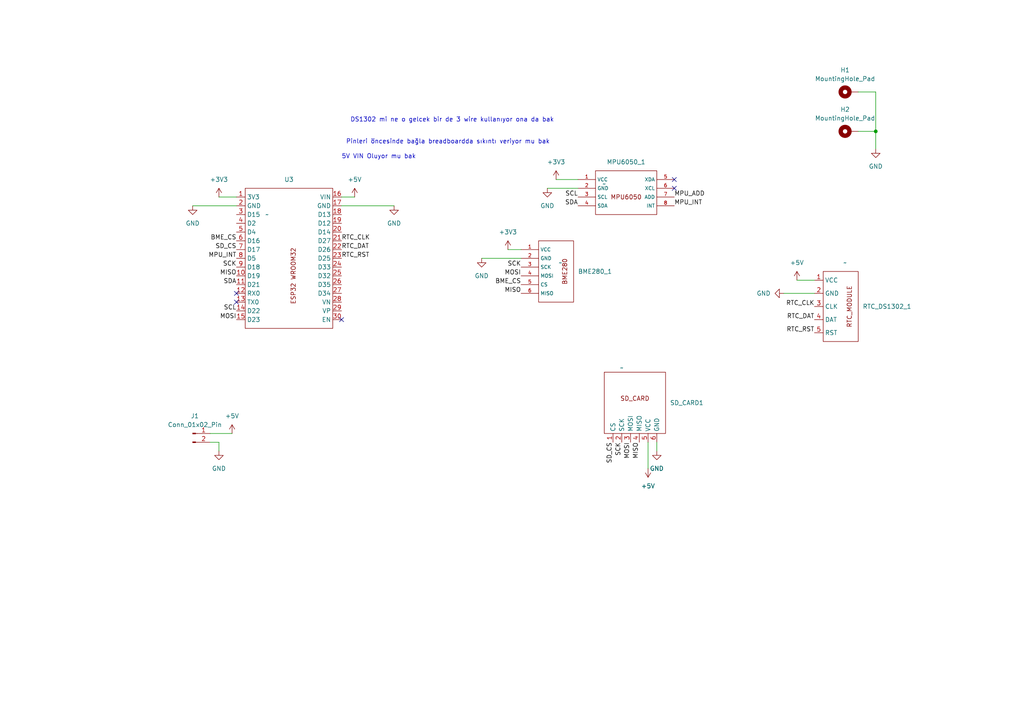
<source format=kicad_sch>
(kicad_sch (version 20230121) (generator eeschema)
  (paper "A4")
  (lib_symbols
    (symbol "Adafruit Sensor:BME280"
      (property "Reference" "BME280_" (at 5.08 7.62 0))
      (symbol "BME280_0_1"
        (rectangle (start -6.35 6.35) (end 3.81 -11.43))
      )
      (symbol "BME280_1_0"
        (pin power_in line (at -11.43 3.81 0) (length 5.08) (name "VCC") (number "1"))
        (pin power_in line (at -11.43 1.27 0) (length 5.08) (name "GND") (number "2"))
        (pin bidirectional line (at -11.43 -1.27 0) (length 5.08) (name "SCK") (number "3"))
        (pin bidirectional line (at -11.43 -3.81 0) (length 5.08) (name "MOSI") (number "4"))
        (pin bidirectional line (at -11.43 -6.35 0) (length 5.08) (name "CS") (number "5"))
        (pin bidirectional line (at -11.43 -8.89 0) (length 5.08) (name "MISO") (number "6"))
      )
      (symbol "BME280_1_1"
        (text "BME280" (at 1.27 -2.54 900) (effects (font (size 1.27 1.27))))
      )
    )
    (symbol "Adafruit Sensor:DS1302"
      (property "Reference" "RTC_DS1302_" (at 0 0 0))
      (symbol "DS1302_0_1"
        (rectangle (start -6.35 -2.54) (end 3.81 -22.86))
      )
      (symbol "DS1302_1_1"
        (text "RTC_MODULE\n" (at 1.27 -12.7 900) (effects (font (size 1.27 1.27))))
        (pin power_in line (at -8.89 -5.08 0) (length 2.54) (name "VCC") (number "1"))
        (pin power_in line (at -8.89 -8.89 0) (length 2.54) (name "GND") (number "2"))
        (pin bidirectional line (at -8.89 -12.7 0) (length 2.54) (name "CLK") (number "3"))
        (pin bidirectional line (at -8.89 -16.51 0) (length 2.54) (name "DAT") (number "4"))
        (pin bidirectional line (at -8.89 -20.32 0) (length 2.54) (name "RST") (number "5"))
      )
    )
    (symbol "Adafruit Sensor:MPU6050"
      (property "Reference" "MPU6050_" (at 6.35 5.08 0))
      (symbol "MPU6050_0_1"
        (rectangle (start -2.54 3.81) (end 15.24 -8.89))
      )
      (symbol "MPU6050_1_0"
        (pin power_in line (at -7.62 1.27 0) (length 5.08) (name "VCC") (number "1"))
        (pin power_in line (at -7.62 -1.27 0) (length 5.08) (name "GND") (number "2"))
        (pin bidirectional line (at -7.62 -3.81 0) (length 5.08) (name "SCL") (number "3"))
        (pin bidirectional line (at -7.62 -6.35 0) (length 5.08) (name "SDA") (number "4"))
        (pin bidirectional line (at 20.32 1.27 180) (length 5.08) (name "XDA") (number "5"))
        (pin bidirectional line (at 20.32 -1.27 180) (length 5.08) (name "XCL") (number "6"))
        (pin bidirectional line (at 20.32 -3.81 180) (length 5.08) (name "ADD") (number "7"))
        (pin bidirectional line (at 20.32 -6.35 180) (length 5.08) (name "INT") (number "8"))
      )
      (symbol "MPU6050_1_1"
        (text "MPU6050\n" (at 6.35 -3.81 0) (effects (font (size 1.27 1.27))))
      )
    )
    (symbol "Arduino_SD_CARD_MODULE:SD_CARD"
      (property "Reference" "SD_CARD" (at 3.81 -3.81 0))
      (symbol "SD_CARD_0_1"
        (rectangle (start -5.08 -1.27) (end 12.7 -19.05))
      )
      (symbol "SD_CARD_1_1"
        (text "SD_CARD\n" (at 3.81 -8.89 0) (effects (font (size 1.27 1.27))))
        (pin output line (at -2.54 -21.59 90) (length 2.54) (name "CS") (number "1"))
        (pin output line (at 0 -21.59 90) (length 2.54) (name "SCK") (number "2"))
        (pin output line (at 2.54 -21.59 90) (length 2.54) (name "MOSI") (number "3"))
        (pin input line (at 5.08 -21.59 90) (length 2.54) (name "MISO") (number "4"))
        (pin power_in line (at 7.62 -21.59 90) (length 2.54) (name "VCC") (number "5"))
        (pin power_out line (at 10.16 -21.59 90) (length 2.54) (name "GND") (number "6"))
      )
    )
    (symbol "Connector:Conn_01x02_Pin" (pin_names (offset 1.016) hide)
      (property "Reference" "J" (at 0 2.54 0))
      (property "Value" "Conn_01x02_Pin" (at 0 -5.08 0))
      (symbol "Conn_01x02_Pin_1_1"
        (polyline (pts (xy 1.27 -2.54) (xy 0.8636 -2.54)) (stroke (width 0.1524)))
        (polyline (pts (xy 1.27 0) (xy 0.8636 0)) (stroke (width 0.1524)))
        (rectangle (start 0.8636 -2.413) (end 0 -2.667) (stroke (width 0.1524)) (fill (type outline)))
        (rectangle (start 0.8636 0.127) (end 0 -0.127) (stroke (width 0.1524)) (fill (type outline)))
        (pin passive line (at 5.08 0 180) (length 3.81) (name "Pin_1") (number "1"))
        (pin passive line (at 5.08 -2.54 180) (length 3.81) (name "Pin_2") (number "2"))
      )
    )
    (symbol "ESP32-C3-DEVKITC-02:ESP32WROOM32"
      (property "Reference" "U" (at 7.62 0 0))
      (symbol "ESP32WROOM32_0_1"
        (rectangle (start -6.35 7.62) (end 19.05 -33.02))
      )
      (symbol "ESP32WROOM32_1_1"
        (text "ESP32 WROOM32\n" (at 7.62 -17.78 900) (effects (font (size 1.27 1.27))))
        (pin input line (at -8.89 5.08 0) (length 2.54) (name "3V3") (number "1"))
        (pin input line (at -8.89 -17.78 0) (length 2.54) (name "D19") (number "10"))
        (pin input line (at -8.89 -20.32 0) (length 2.54) (name "D21") (number "11"))
        (pin input line (at -8.89 -22.86 0) (length 2.54) (name "RX0") (number "12"))
        (pin input line (at -8.89 -25.4 0) (length 2.54) (name "TX0") (number "13"))
        (pin input line (at -8.89 -27.94 0) (length 2.54) (name "D22") (number "14"))
        (pin input line (at -8.89 -30.48 0) (length 2.54) (name "D23") (number "15"))
        (pin input line (at 21.59 5.08 180) (length 2.54) (name "VIN") (number "16"))
        (pin input line (at 21.59 2.54 180) (length 2.54) (name "GND") (number "17"))
        (pin input line (at 21.59 0 180) (length 2.54) (name "D13") (number "18"))
        (pin input line (at 21.59 -2.54 180) (length 2.54) (name "D12") (number "19"))
        (pin input line (at -8.89 2.54 0) (length 2.54) (name "GND") (number "2"))
        (pin input line (at 21.59 -5.08 180) (length 2.54) (name "D14") (number "20"))
        (pin input line (at 21.59 -7.62 180) (length 2.54) (name "D27") (number "21"))
        (pin input line (at 21.59 -10.16 180) (length 2.54) (name "D26") (number "22"))
        (pin input line (at 21.59 -12.7 180) (length 2.54) (name "D25") (number "23"))
        (pin input line (at 21.59 -15.24 180) (length 2.54) (name "D33") (number "24"))
        (pin input line (at 21.59 -17.78 180) (length 2.54) (name "D32") (number "25"))
        (pin input line (at 21.59 -20.32 180) (length 2.54) (name "D35") (number "26"))
        (pin input line (at 21.59 -22.86 180) (length 2.54) (name "D34") (number "27"))
        (pin input line (at 21.59 -25.4 180) (length 2.54) (name "VN") (number "28"))
        (pin input line (at 21.59 -27.94 180) (length 2.54) (name "VP") (number "29"))
        (pin input line (at -8.89 0 0) (length 2.54) (name "D15") (number "3"))
        (pin input line (at 21.59 -30.48 180) (length 2.54) (name "EN") (number "30"))
        (pin input line (at -8.89 -2.54 0) (length 2.54) (name "D2") (number "4"))
        (pin input line (at -8.89 -5.08 0) (length 2.54) (name "D4") (number "5"))
        (pin input line (at -8.89 -7.62 0) (length 2.54) (name "D16") (number "6"))
        (pin input line (at -8.89 -10.16 0) (length 2.54) (name "D17") (number "7"))
        (pin input line (at -8.89 -12.7 0) (length 2.54) (name "D5") (number "8"))
        (pin input line (at -8.89 -15.24 0) (length 2.54) (name "D18") (number "9"))
      )
    )
    (symbol "Mechanical:MountingHole_Pad" (pin_numbers hide) (pin_names (offset 1.016) hide)
      (property "Reference" "H" (at 0 6.35 0))
      (property "Value" "MountingHole_Pad" (at 0 4.445 0))
      (symbol "MountingHole_Pad_0_1"
        (circle (center 0 1.27) (radius 1.27) (stroke (width 1.27)))
      )
      (symbol "MountingHole_Pad_1_1"
        (pin input line (at 0 -2.54 90) (length 2.54) (name "1") (number "1"))
      )
    )
    (symbol "power:+3V3" (power) (pin_names (offset 0))
      (property "Value" "+3V3" (at 0 3.556 0))
      (symbol "+3V3_0_1"
        (polyline (pts (xy -0.762 1.27) (xy 0 2.54)))
        (polyline (pts (xy 0 0) (xy 0 2.54)))
        (polyline (pts (xy 0 2.54) (xy 0.762 1.27)))
      )
      (symbol "+3V3_1_1"
        (pin power_in line (at 0 0 90) (length 0) hide (name "+3V3") (number "1"))
      )
    )
    (symbol "power:+5V" (power) (pin_names (offset 0))
      (property "Value" "+5V" (at 0 3.556 0))
      (symbol "+5V_0_1"
        (polyline (pts (xy -0.762 1.27) (xy 0 2.54)))
        (polyline (pts (xy 0 0) (xy 0 2.54)))
        (polyline (pts (xy 0 2.54) (xy 0.762 1.27)))
      )
      (symbol "+5V_1_1"
        (pin power_in line (at 0 0 90) (length 0) hide (name "+5V") (number "1"))
      )
    )
    (symbol "power:GND" (power) (pin_names (offset 0))
      (property "Value" "GND" (at 0 -3.81 0))
      (symbol "GND_0_1"
        (polyline (pts (xy 0 0) (xy 0 -1.27) (xy 1.27 -1.27) (xy 0 -2.54) (xy -1.27 -1.27) (xy 0 -1.27)))
      )
      (symbol "GND_1_1"
        (pin power_in line (at 0 0 270) (length 0) hide (name "GND") (number "1"))
      )
    )
  )
  (junction (at 254 38.1))
  (no_connect (at 99.06 92.71))
  (no_connect (at 68.58 87.63))
  (no_connect (at 195.58 54.61))
  (no_connect (at 195.58 52.07))
  (no_connect (at 68.58 85.09))
  (wire (pts (xy 254 26.67) (xy 254 38.1)))
  (wire (pts (xy 63.5 57.15) (xy 68.58 57.15)))
  (wire (pts (xy 254 38.1) (xy 254 43.18)))
  (wire (pts (xy 158.75 54.61) (xy 167.64 54.61)))
  (wire (pts (xy 55.88 59.69) (xy 68.58 59.69)))
  (wire (pts (xy 147.32 72.39) (xy 151.13 72.39)))
  (wire (pts (xy 248.92 26.67) (xy 254 26.67)))
  (wire (pts (xy 248.92 38.1) (xy 254 38.1)))
  (wire (pts (xy 99.06 57.15) (xy 102.87 57.15)))
  (wire (pts (xy 99.06 59.69) (xy 114.3 59.69)))
  (wire (pts (xy 63.5 128.27) (xy 60.96 128.27)))
  (wire (pts (xy 139.7 74.93) (xy 151.13 74.93)))
  (wire (pts (xy 227.33 85.09) (xy 236.22 85.09)))
  (wire (pts (xy 60.96 125.73) (xy 67.31 125.73)))
  (wire (pts (xy 231.14 81.28) (xy 236.22 81.28)))
  (wire (pts (xy 161.29 52.07) (xy 167.64 52.07)))
  (wire (pts (xy 63.5 130.81) (xy 63.5 128.27)))
  (wire (pts (xy 190.5 128.27) (xy 190.5 130.81)))
  (wire (pts (xy 187.96 128.27) (xy 187.96 135.89)))
  (text "DS1302 mi ne o gelcek bir de 3 wire kullanıyor ona da bak\n" (at 101.6 35.56 0) (effects (font (size 1.27 1.27)) (justify left bottom)))
  (text "Pinleri öncesinde bağla breadboardda sıkıntı veriyor mu bak\n" (at 100.33 41.91 0) (effects (font (size 1.27 1.27)) (justify left bottom)))
  (text "5V VIN Oluyor mu bak\n\n" (at 99.06 48.26 0) (effects (font (size 1.27 1.27)) (justify left bottom)))
  (label "SDA" (at 167.64 59.69 180))
  (label "MOSI" (at 182.88 128.27 270))
  (label "RTC_RST" (at 99.06 74.93 0))
  (label "MPU_ADD" (at 195.58 57.15 0))
  (label "BME_CS" (at 151.13 82.55 180))
  (label "SCK" (at 180.34 128.27 270))
  (label "MOSI" (at 151.13 80.01 180))
  (label "SCK" (at 68.58 77.47 180))
  (label "RTC_RST" (at 236.22 96.52 180))
  (label "SCL" (at 167.64 57.15 180))
  (label "SCL" (at 68.58 90.17 180))
  (label "BME_CS" (at 68.58 69.85 180))
  (label "RTC_DAT" (at 99.06 72.39 0))
  (label "RTC_CLK" (at 99.06 69.85 0))
  (label "SCK" (at 151.13 77.47 180))
  (label "MISO" (at 185.42 128.27 270))
  (label "MOSI" (at 68.58 92.71 180))
  (label "MISO" (at 68.58 80.01 180))
  (label "MISO" (at 151.13 85.09 180))
  (label "RTC_DAT" (at 236.22 92.71 180))
  (label "MPU_INT" (at 195.58 59.69 0))
  (label "SDA" (at 68.58 82.55 180))
  (label "SD_CS" (at 177.8 128.27 270))
  (label "MPU_INT" (at 68.58 74.93 180))
  (label "RTC_CLK" (at 236.22 88.9 180))
  (label "SD_CS" (at 68.58 72.39 180))
  (symbol (lib_id "power:GND") (at 139.7 74.93 0) (unit 1)
    (property "Reference" "#PWR02" (effects hide))
    (property "Value" "GND" (at 139.7 80.01 0))
  )
  (symbol (lib_id "Adafruit Sensor:MPU6050") (at 175.26 53.34 0) (unit 1)
    (property "Reference" "MPU6050_1" (at 181.61 46.99 0))
    (property "Value" "~" (at 175.26 53.34 0))
    (property "Footprint" "Adafruit_Sensors:MPU6050" (effects hide))
  )
  (symbol (lib_id "Mechanical:MountingHole_Pad") (at 246.38 26.67 90) (unit 1)
    (property "Reference" "H1" (at 245.11 20.32 90))
    (property "Value" "MountingHole_Pad" (at 245.11 22.86 90))
    (property "Footprint" "MountingHole:MountingHole_2.2mm_M2_Pad" (effects hide))
  )
  (symbol (lib_id "power:GND") (at 158.75 54.61 0) (unit 1)
    (property "Reference" "#PWR04" (effects hide))
    (property "Value" "GND" (at 158.75 59.69 0))
  )
  (symbol (lib_id "power:GND") (at 63.5 130.81 0) (unit 1)
    (property "Reference" "#PWR015" (effects hide))
    (property "Value" "GND" (at 63.5 135.89 0))
  )
  (symbol (lib_id "power:+3V3") (at 63.5 57.15 0) (unit 1)
    (property "Reference" "#PWR09" (effects hide))
    (property "Value" "+3V3" (at 63.5 52.07 0))
  )
  (symbol (lib_id "Connector:Conn_01x02_Pin") (at 55.88 125.73 0) (unit 1)
    (property "Reference" "J1" (at 56.515 120.65 0))
    (property "Value" "Conn_01x02_Pin" (at 56.515 123.19 0))
    (property "Footprint" "Connector_PinHeader_2.54mm:PinHeader_1x02_P2.54mm_Vertical" (effects hide))
  )
  (symbol (lib_id "power:+3V3") (at 147.32 72.39 0) (unit 1)
    (property "Reference" "#PWR01" (effects hide))
    (property "Value" "+3V3" (at 147.32 67.31 0))
  )
  (symbol (lib_id "ESP32-C3-DEVKITC-02:ESP32WROOM32") (at 77.47 62.23 0) (unit 1)
    (property "Reference" "U3" (at 83.82 52.07 0))
    (property "Value" "~" (at 77.47 62.23 0))
    (property "Footprint" "ESP32-C3-DEVKITC-02:ESP32-WROOM-32" (effects hide))
  )
  (symbol (lib_id "Adafruit Sensor:DS1302") (at 245.11 76.2 0) (unit 1)
    (property "Reference" "RTC_DS1302_1" (at 250.19 88.9 0) (effects (justify left)))
    (property "Value" "~" (at 245.11 76.2 0))
    (property "Footprint" "Adafruit_Sensors:DS1302_RTC_MODULE" (effects hide))
  )
  (symbol (lib_id "power:GND") (at 254 43.18 0) (unit 1)
    (property "Reference" "#PWR013" (effects hide))
    (property "Value" "GND" (at 254 48.26 0))
  )
  (symbol (lib_id "power:GND") (at 55.88 59.69 0) (unit 1)
    (property "Reference" "#PWR05" (effects hide))
    (property "Value" "GND" (at 55.88 64.77 0))
  )
  (symbol (lib_id "Adafruit Sensor:BME280") (at 162.56 76.2 0) (unit 1)
    (property "Reference" "BME280_1" (at 167.64 78.74 0) (effects (justify left)))
    (property "Value" "~" (at 162.56 76.2 0))
    (property "Footprint" "Adafruit_Sensors:BME280" (effects hide))
  )
  (symbol (lib_id "power:+5V") (at 231.14 81.28 0) (unit 1)
    (property "Reference" "#PWR011" (effects hide))
    (property "Value" "+5V" (at 231.14 76.2 0))
  )
  (symbol (lib_id "power:GND") (at 190.5 130.81 0) (unit 1)
    (property "Reference" "#PWR03" (effects hide))
    (property "Value" "GND" (at 190.5 135.89 0))
  )
  (symbol (lib_id "power:+5V") (at 67.31 125.73 0) (unit 1)
    (property "Reference" "#PWR014" (effects hide))
    (property "Value" "+5V" (at 67.31 120.65 0))
  )
  (symbol (lib_id "power:GND") (at 114.3 59.69 0) (unit 1)
    (property "Reference" "#PWR06" (effects hide))
    (property "Value" "GND" (at 114.3 64.77 0))
  )
  (symbol (lib_id "power:+5V") (at 187.96 135.89 180) (unit 1)
    (property "Reference" "#PWR08" (effects hide))
    (property "Value" "+5V" (at 187.96 140.97 0))
  )
  (symbol (lib_id "power:GND") (at 227.33 85.09 270) (unit 1)
    (property "Reference" "#PWR012" (effects hide))
    (property "Value" "GND" (at 223.52 85.09 90) (effects (justify right)))
  )
  (symbol (lib_id "Arduino_SD_CARD_MODULE:SD_CARD") (at 180.34 106.68 0) (unit 1)
    (property "Reference" "SD_CARD1" (at 194.31 116.84 0) (effects (justify left)))
    (property "Value" "~" (at 180.34 106.68 0))
    (property "Footprint" "Adafruit_Sensors:SDCard" (effects hide))
  )
  (symbol (lib_id "power:+5V") (at 102.87 57.15 0) (unit 1)
    (property "Reference" "#PWR010" (effects hide))
    (property "Value" "+5V" (at 102.87 52.07 0))
  )
  (symbol (lib_id "power:+3V3") (at 161.29 52.07 0) (unit 1)
    (property "Reference" "#PWR07" (effects hide))
    (property "Value" "+3V3" (at 161.29 46.99 0))
  )
  (symbol (lib_id "Mechanical:MountingHole_Pad") (at 246.38 38.1 90) (unit 1)
    (property "Reference" "H2" (at 245.11 31.75 90))
    (property "Value" "MountingHole_Pad" (at 245.11 34.29 90))
    (property "Footprint" "MountingHole:MountingHole_2.2mm_M2_Pad" (effects hide))
  )
)
</source>
